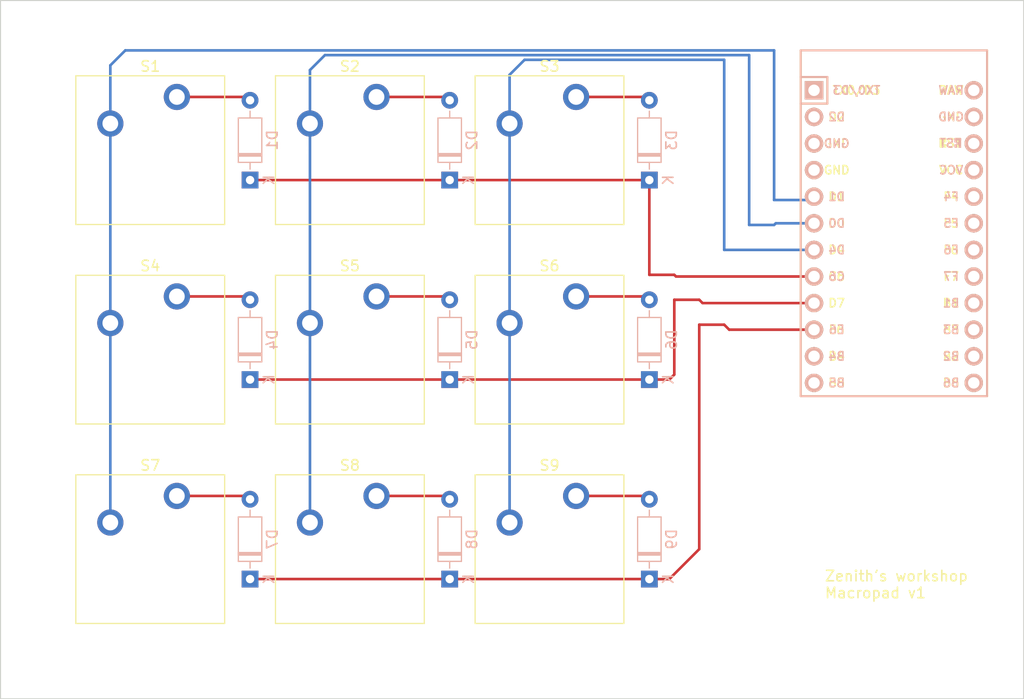
<source format=kicad_pcb>
(kicad_pcb (version 20240108) (generator "pcbnew") (generator_version "8.0")
  (layers (0 "F.Cu" signal) (31 "B.Cu" signal) (34 "B.Paste" user) (35 "F.Paste" user) (36 "B.SilkS" user "B.Silkscreen") (37 "F.SilkS" user "F.Silkscreen") (38 "B.Mask" user) (39 "F.Mask" user) (44 "Edge.Cuts" user))
  (net 0 "")
  (net 1 "Row 0")
  (net 2 "Net-(D1-A)")
  (net 3 "Net-(D2-A)")
  (net 4 "Net-(D3-A)")
  (net 5 "Row 1")
  (net 6 "Net-(D4-A)")
  (net 7 "Net-(D5-A)")
  (net 8 "Net-(D6-A)")
  (net 9 "Net-(D7-A)")
  (net 10 "Row 2")
  (net 11 "Net-(D8-A)")
  (net 12 "Net-(D9-A)")
  (net 13 "Column 0")
  (net 14 "Column 1")
  (net 15 "Column 2")
  (footprint "ScottoKeebs_MX:MX_PCB_1.00u" (layer "F.Cu") (at 128.27 114.3)
    (property "Reference" "S7" (at 0 -8 0) (layer "F.SilkS"))
    (property "Value" "Keyswitch")
    (fp_line (start -7.1 -7.1) (end -7.1 7.1) (stroke (width 0.12)) (layer "F.SilkS"))
    (fp_line (start -7.1 7.1) (end 7.1 7.1) (stroke (width 0.12)) (layer "F.SilkS"))
    (fp_line (start 7.1 -7.1) (end -7.1 -7.1) (stroke (width 0.12)) (layer "F.SilkS"))
    (fp_line (start 7.1 7.1) (end 7.1 -7.1) (stroke (width 0.12)) (layer "F.SilkS"))
    (pad "" np_thru_hole circle (at -5.08 0) (size 1.75 1.75) (drill 1.75) (layers "*.Cu" "*.Mask"))
    (pad "" np_thru_hole circle (at 0 0) (size 4 4) (drill 4) (layers "*.Cu" "*.Mask"))
    (pad "" np_thru_hole circle (at 5.08 0) (size 1.75 1.75) (drill 1.75) (layers "*.Cu" "*.Mask"))
    (pad "1" thru_hole circle (at -3.81 -2.54) (size 2.5 2.5) (drill 1.5) (layers "*.Cu" "*.Mask") (net 13 "Column 0"))
    (pad "2" thru_hole circle (at 2.54 -5.08) (size 2.5 2.5) (drill 1.5) (layers "*.Cu" "*.Mask") (net 9 "Net-(D7-A)"))
  )
  (footprint "ScottoKeebs_MCU:Arduino_Pro_Micro" (layer "F.Cu") (at 199.23125 84.455)
    (property "Reference" "U1" (hide yes))
    (property "Value" "Arduino_Pro_Micro" (hide yes))
    (fp_line (start -8.89 -17.78) (end -8.89 15.24) (stroke (width 0.2)) (layer "B.SilkS"))
    (fp_line (start -8.89 15.24) (end 8.89 15.24) (stroke (width 0.2)) (layer "B.SilkS"))
    (fp_line (start -6.35 -15.24) (end -8.89 -15.24) (stroke (width 0.2)) (layer "B.SilkS"))
    (fp_line (start -6.35 -15.24) (end -6.35 -12.7) (stroke (width 0.2)) (layer "B.SilkS"))
    (fp_line (start -6.35 -12.7) (end -8.89 -12.7) (stroke (width 0.2)) (layer "B.SilkS"))
    (fp_line (start 8.89 -17.78) (end -8.89 -17.78) (stroke (width 0.2)) (layer "B.SilkS"))
    (fp_line (start 8.89 15.24) (end 8.89 -17.78) (stroke (width 0.2)) (layer "B.SilkS"))
    (fp_poly (pts (xy 5.844635 -9.35097) (xy 5.844635 -9.25097) (xy 6.344635 -9.25097) (xy 6.344635 -9.35097)) (stroke (width 0.15)) (fill solid) (layer "B.SilkS"))
    (fp_poly (pts (xy 5.844635 -9.35097) (xy 5.844635 -9.05097) (xy 5.944635 -9.05097) (xy 5.944635 -9.35097)) (stroke (width 0.15)) (fill solid) (layer "B.SilkS"))
    (fp_poly (pts (xy 5.844635 -8.75097) (xy 5.844635 -8.55097) (xy 5.944635 -8.55097) (xy 5.944635 -8.75097)) (stroke (width 0.15)) (fill solid) (layer "B.SilkS"))
    (fp_poly (pts (xy 6.044635 -8.95097) (xy 6.044635 -8.85097) (xy 6.144635 -8.85097) (xy 6.144635 -8.95097)) (stroke (width 0.15)) (fill solid) (layer "B.SilkS"))
    (fp_poly (pts (xy 6.244635 -9.35097) (xy 6.244635 -8.55097) (xy 6.344635 -8.55097) (xy 6.344635 -9.35097)) (stroke (width 0.15)) (fill solid) (layer "B.SilkS"))
    (fp_line (start -8.89 -17.78) (end -8.89 15.24) (stroke (width 0.2)) (layer "F.SilkS"))
    (fp_line (start -8.89 15.24) (end 8.89 15.24) (stroke (width 0.2)) (layer "F.SilkS"))
    (fp_line (start -6.35 -15.24) (end -8.89 -15.24) (stroke (width 0.2)) (layer "F.SilkS"))
    (fp_line (start -6.35 -15.24) (end -6.35 -12.7) (stroke (width 0.2)) (layer "F.SilkS"))
    (fp_line (start -6.35 -12.7) (end -8.89 -12.7) (stroke (width 0.2)) (layer "F.SilkS"))
    (fp_line (start 8.89 -17.78) (end -8.89 -17.78) (stroke (width 0.2)) (layer "F.SilkS"))
    (fp_line (start 8.89 15.24) (end 8.89 -17.78) (stroke (width 0.2)) (layer "F.SilkS"))
    (fp_poly (pts (xy 4.531568 -9.36064) (xy 4.531568 -8.56064) (xy 4.431568 -8.56064) (xy 4.431568 -9.36064)) (stroke (width 0.15)) (fill solid) (layer "F.SilkS"))
    (fp_poly (pts (xy 4.731568 -8.96064) (xy 4.731568 -8.86064) (xy 4.631568 -8.86064) (xy 4.631568 -8.96064)) (stroke (width 0.15)) (fill solid) (layer "F.SilkS"))
    (fp_poly (pts (xy 4.931568 -9.36064) (xy 4.931568 -9.26064) (xy 4.431568 -9.26064) (xy 4.431568 -9.36064)) (stroke (width 0.15)) (fill solid) (layer "F.SilkS"))
    (fp_poly (pts (xy 4.931568 -9.36064) (xy 4.931568 -9.06064) (xy 4.831568 -9.06064) (xy 4.831568 -9.36064)) (stroke (width 0.15)) (fill solid) (layer "F.SilkS"))
    (fp_poly (pts (xy 4.931568 -8.76064) (xy 4.931568 -8.56064) (xy 4.831568 -8.56064) (xy 4.831568 -8.76064)) (stroke (width 0.15)) (fill solid) (layer "F.SilkS"))
    (fp_text user "B2" (at 5.461 11.43 0) (layer "B.SilkS") (effects (font (size 0.8 0.8)) (justify mirror)))
    (fp_text user "B6" (at 5.461 13.97 0) (layer "B.SilkS") (effects (font (size 0.8 0.8)) (justify mirror)))
    (fp_text user "GND" (at 5.461 -11.43 0) (layer "B.SilkS") (effects (font (size 0.8 0.8)) (justify mirror)))
    (fp_text user "F7" (at 5.461 3.81 0) (layer "B.SilkS") (effects (font (size 0.8 0.8)) (justify mirror)))
    (fp_text user "B1" (at 5.461 6.35 0) (layer "B.SilkS") (effects (font (size 0.8 0.8)) (justify mirror)))
    (fp_text user "E6" (at -5.461 8.89 0) (layer "B.SilkS") (effects (font (size 0.8 0.8)) (justify mirror)))
    (fp_text user "VCC" (at 5.461 -6.35 0) (layer "B.SilkS") (effects (font (size 0.8 0.8)) (justify mirror)))
    (fp_text user "C6" (at -5.461 3.81 0) (layer "B.SilkS") (effects (font (size 0.8 0.8)) (justify mirror)))
    (fp_text user "B5" (at -5.461 13.97 0) (layer "B.SilkS") (effects (font (size 0.8 0.8)) (justify mirror)))
    (fp_text user "F5" (at 5.461 -1.27 0) (layer "B.SilkS") (effects (font (size 0.8 0.8)) (justify mirror)))
    (fp_text user "GND" (at -5.461 -8.89 0) (layer "B.SilkS") (effects (font (size 0.8 0.8)) (justify mirror)))
    (fp_text user "D0" (at -5.461 -1.27 0) (layer "B.SilkS") (effects (font (size 0.8 0.8)) (justify mirror)))
    (fp_text user "F6" (at 5.461 1.27 0) (layer "B.SilkS") (effects (font (size 0.8 0.8)) (justify mirror)))
    (fp_text user "F4" (at 5.461 -3.81 0) (layer "B.SilkS") (effects (font (size 0.8 0.8)) (justify mirror)))
    (fp_text user "D2" (at -5.461 -11.43 0) (layer "B.SilkS") (effects (font (size 0.8 0.8)) (justify mirror)))
    (fp_text user "B4" (at -5.461 11.43 0) (layer "B.SilkS") (effects (font (size 0.8 0.8)) (justify mirror)))
    (fp_text user "D4" (at -5.461 1.27 0) (layer "B.SilkS") (effects (font (size 0.8 0.8)) (justify mirror)))
    (fp_text user "ST" (at 5.04 -8.91 0) (layer "B.SilkS") (effects (font (size 0.8 0.8)) (justify mirror)))
    (fp_text user "RAW" (at 5.461 -13.97 0) (layer "B.SilkS") (effects (font (size 0.8 0.8)) (justify mirror)))
    (fp_text user "TX0/D3" (at -3.571872 -13.97 0) (layer "B.SilkS") (effects (font (size 0.8 0.8)) (justify mirror)))
    (fp_text user "B3" (at 5.461 8.89 0) (layer "B.SilkS") (effects (font (size 0.8 0.8)) (justify mirror)))
    (fp_text user "D1" (at -5.461 -3.81 0) (layer "B.SilkS") (effects (font (size 0.8 0.8)) (justify mirror)))
    (fp_text user "GND" (at -5.461 -8.89 0) (layer "F.SilkS") (effects (font (size 0.8 0.8))))
    (fp_text user "B5" (at -5.461 13.97 0) (layer "F.SilkS") (effects (font (size 0.8 0.8))))
    (fp_text user "TX0/D3" (at -3.571872 -13.97 0) (layer "F.SilkS") (effects (font (size 0.8 0.8))))
    (fp_text user "B2" (at 5.461 11.43 0) (layer "F.SilkS") (effects (font (size 0.8 0.8))))
    (fp_text user "B4" (at -5.461 11.43 0) (layer "F.SilkS") (effects (font (size 0.8 0.8))))
    (fp_text user "C6" (at -5.461 3.81 0) (layer "F.SilkS") (effects (font (size 0.8 0.8))))
    (fp_text user "D0" (at -5.461 -1.27 0) (layer "F.SilkS") (effects (font (size 0.8 0.8))))
    (fp_text user "F7" (at 5.461 3.81 0) (layer "F.SilkS") (effects (font (size 0.8 0.8))))
    (fp_text user "D4" (at -5.461 1.27 0) (layer "F.SilkS") (effects (font (size 0.8 0.8))))
    (fp_text user "D1" (at -5.461 -3.81 0) (layer "F.SilkS") (effects (font (size 0.8 0.8))))
    (fp_text user "RAW" (at 5.461 -13.97 0) (layer "F.SilkS") (effects (font (size 0.8 0.8))))
    (fp_text user "GND" (at -5.461 -6.35 0) (layer "F.SilkS") (effects (font (size 0.8 0.8))))
    (fp_text user "F5" (at 5.461 -1.27 0) (layer "F.SilkS") (effects (font (size 0.8 0.8))))
    (fp_text user "B1" (at 5.461 6.35 0) (layer "F.SilkS") (effects (font (size 0.8 0.8))))
    (fp_text user "F4" (at 5.461 -3.81 0) (layer "F.SilkS") (effects (font (size 0.8 0.8))))
    (fp_text user "D2" (at -5.461 -11.43 0) (layer "F.SilkS") (effects (font (size 0.8 0.8))))
    (fp_text user "F6" (at 5.461 1.27 0) (layer "F.SilkS") (effects (font (size 0.8 0.8))))
    (fp_text user "VCC" (at 5.461 -6.35 0) (layer "F.SilkS") (effects (font (size 0.8 0.8))))
    (fp_text user "ST" (at 5.73312 -8.92 0) (layer "F.SilkS") (effects (font (size 0.8 0.8))))
    (fp_text user "GND" (at 5.461 -11.43 0) (layer "F.SilkS") (effects (font (size 0.8 0.8))))
    (fp_text user "B6" (at 5.461 13.97 0) (layer "F.SilkS") (effects (font (size 0.8 0.8))))
    (fp_text user "B3" (at 5.461 8.89 0) (layer "F.SilkS") (effects (font (size 0.8 0.8))))
    (fp_text user "E6" (at -5.461 8.89 0) (layer "F.SilkS") (effects (font (size 0.8 0.8))))
    (fp_text user "D7" (at -5.461 6.35 0) (layer "F.SilkS") (effects (font (size 0.8 0.8))))
    (pad "1" thru_hole rect (at -7.62 -13.97 270) (size 1.7526 1.7526) (drill 1.0922) (layers "*.Cu" "*.SilkS" "*.Mask"))
    (pad "2" thru_hole circle (at -7.62 -11.43 270) (size 1.7526 1.7526) (drill 1.0922) (layers "*.Cu" "*.SilkS" "*.Mask"))
    (pad "3" thru_hole circle (at -7.62 -8.89 270) (size 1.7526 1.7526) (drill 1.0922) (layers "*.Cu" "*.SilkS" "*.Mask"))
    (pad "4" thru_hole circle (at -7.62 -6.35 270) (size 1.7526 1.7526) (drill 1.0922) (layers "*.Cu" "*.SilkS" "*.Mask"))
    (pad "5" thru_hole circle (at -7.62 -3.81 270) (size 1.7526 1.7526) (drill 1.0922) (layers "*.Cu" "*.SilkS" "*.Mask") (net 13 "Column 0"))
    (pad "6" thru_hole circle (at -7.62 -1.27 270) (size 1.7526 1.7526) (drill 1.0922) (layers "*.Cu" "*.SilkS" "*.Mask") (net 14 "Column 1"))
    (pad "7" thru_hole circle (at -7.62 1.27 270) (size 1.7526 1.7526) (drill 1.0922) (layers "*.Cu" "*.SilkS" "*.Mask") (net 15 "Column 2"))
    (pad "8" thru_hole circle (at -7.62 3.81 270) (size 1.7526 1.7526) (drill 1.0922) (layers "*.Cu" "*.SilkS" "*.Mask") (net 1 "Row 0"))
    (pad "9" thru_hole circle (at -7.62 6.35 270) (size 1.7526 1.7526) (drill 1.0922) (layers "*.Cu" "*.SilkS" "*.Mask") (net 5 "Row 1"))
    (pad "10" thru_hole circle (at -7.62 8.89 270) (size 1.7526 1.7526) (drill 1.0922) (layers "*.Cu" "*.SilkS" "*.Mask") (net 10 "Row 2"))
    (pad "11" thru_hole circle (at -7.62 11.43 270) (size 1.7526 1.7526) (drill 1.0922) (layers "*.Cu" "*.SilkS" "*.Mask"))
    (pad "12" thru_hole circle (at -7.62 13.97 270) (size 1.7526 1.7526) (drill 1.0922) (layers "*.Cu" "*.SilkS" "*.Mask"))
    (pad "13" thru_hole circle (at 7.62 13.97 270) (size 1.7526 1.7526) (drill 1.0922) (layers "*.Cu" "*.SilkS" "*.Mask"))
    (pad "14" thru_hole circle (at 7.62 11.43 270) (size 1.7526 1.7526) (drill 1.0922) (layers "*.Cu" "*.SilkS" "*.Mask"))
    (pad "15" thru_hole circle (at 7.62 8.89 270) (size 1.7526 1.7526) (drill 1.0922) (layers "*.Cu" "*.SilkS" "*.Mask"))
    (pad "16" thru_hole circle (at 7.62 6.35 270) (size 1.7526 1.7526) (drill 1.0922) (layers "*.Cu" "*.SilkS" "*.Mask"))
    (pad "17" thru_hole circle (at 7.62 3.81 270) (size 1.7526 1.7526) (drill 1.0922) (layers "*.Cu" "*.SilkS" "*.Mask"))
    (pad "18" thru_hole circle (at 7.62 1.27 270) (size 1.7526 1.7526) (drill 1.0922) (layers "*.Cu" "*.SilkS" "*.Mask"))
    (pad "19" thru_hole circle (at 7.62 -1.27 270) (size 1.7526 1.7526) (drill 1.0922) (layers "*.Cu" "*.SilkS" "*.Mask"))
    (pad "20" thru_hole circle (at 7.62 -3.81 270) (size 1.7526 1.7526) (drill 1.0922) (layers "*.Cu" "*.SilkS" "*.Mask"))
    (pad "21" thru_hole circle (at 7.62 -6.35 270) (size 1.7526 1.7526) (drill 1.0922) (layers "*.Cu" "*.SilkS" "*.Mask"))
    (pad "22" thru_hole circle (at 7.62 -8.89 270) (size 1.7526 1.7526) (drill 1.0922) (layers "*.Cu" "*.SilkS" "*.Mask"))
    (pad "23" thru_hole circle (at 7.62 -11.43 270) (size 1.7526 1.7526) (drill 1.0922) (layers "*.Cu" "*.SilkS" "*.Mask"))
    (pad "24" thru_hole circle (at 7.62 -13.97 270) (size 1.7526 1.7526) (drill 1.0922) (layers "*.Cu" "*.SilkS" "*.Mask"))
  )
  (footprint "ScottoKeebs_MX:MX_PCB_1.00u" (layer "F.Cu") (at 147.32 95.25)
    (property "Reference" "S5" (at 0 -8 0) (layer "F.SilkS"))
    (property "Value" "Keyswitch")
    (fp_line (start -7.1 -7.1) (end -7.1 7.1) (stroke (width 0.12)) (layer "F.SilkS"))
    (fp_line (start -7.1 7.1) (end 7.1 7.1) (stroke (width 0.12)) (layer "F.SilkS"))
    (fp_line (start 7.1 -7.1) (end -7.1 -7.1) (stroke (width 0.12)) (layer "F.SilkS"))
    (fp_line (start 7.1 7.1) (end 7.1 -7.1) (stroke (width 0.12)) (layer "F.SilkS"))
    (pad "" np_thru_hole circle (at -5.08 0) (size 1.75 1.75) (drill 1.75) (layers "*.Cu" "*.Mask"))
    (pad "" np_thru_hole circle (at 0 0) (size 4 4) (drill 4) (layers "*.Cu" "*.Mask"))
    (pad "" np_thru_hole circle (at 5.08 0) (size 1.75 1.75) (drill 1.75) (layers "*.Cu" "*.Mask"))
    (pad "1" thru_hole circle (at -3.81 -2.54) (size 2.5 2.5) (drill 1.5) (layers "*.Cu" "*.Mask") (net 14 "Column 1"))
    (pad "2" thru_hole circle (at 2.54 -5.08) (size 2.5 2.5) (drill 1.5) (layers "*.Cu" "*.Mask") (net 7 "Net-(D5-A)"))
  )
  (footprint "ScottoKeebs_MX:MX_PCB_1.00u" (layer "F.Cu") (at 128.27 95.25)
    (property "Reference" "S4" (at 0 -8 0) (layer "F.SilkS"))
    (property "Value" "Keyswitch")
    (fp_line (start -7.1 -7.1) (end -7.1 7.1) (stroke (width 0.12)) (layer "F.SilkS"))
    (fp_line (start -7.1 7.1) (end 7.1 7.1) (stroke (width 0.12)) (layer "F.SilkS"))
    (fp_line (start 7.1 -7.1) (end -7.1 -7.1) (stroke (width 0.12)) (layer "F.SilkS"))
    (fp_line (start 7.1 7.1) (end 7.1 -7.1) (stroke (width 0.12)) (layer "F.SilkS"))
    (pad "" np_thru_hole circle (at -5.08 0) (size 1.75 1.75) (drill 1.75) (layers "*.Cu" "*.Mask"))
    (pad "" np_thru_hole circle (at 0 0) (size 4 4) (drill 4) (layers "*.Cu" "*.Mask"))
    (pad "" np_thru_hole circle (at 5.08 0) (size 1.75 1.75) (drill 1.75) (layers "*.Cu" "*.Mask"))
    (pad "1" thru_hole circle (at -3.81 -2.54) (size 2.5 2.5) (drill 1.5) (layers "*.Cu" "*.Mask") (net 13 "Column 0"))
    (pad "2" thru_hole circle (at 2.54 -5.08) (size 2.5 2.5) (drill 1.5) (layers "*.Cu" "*.Mask") (net 6 "Net-(D4-A)"))
  )
  (footprint "ScottoKeebs_MX:MX_PCB_1.00u" (layer "F.Cu") (at 128.27 76.2)
    (property "Reference" "S1" (at 0 -8 0) (layer "F.SilkS"))
    (property "Value" "Keyswitch")
    (fp_line (start -7.1 -7.1) (end -7.1 7.1) (stroke (width 0.12)) (layer "F.SilkS"))
    (fp_line (start -7.1 7.1) (end 7.1 7.1) (stroke (width 0.12)) (layer "F.SilkS"))
    (fp_line (start 7.1 -7.1) (end -7.1 -7.1) (stroke (width 0.12)) (layer "F.SilkS"))
    (fp_line (start 7.1 7.1) (end 7.1 -7.1) (stroke (width 0.12)) (layer "F.SilkS"))
    (pad "" np_thru_hole circle (at -5.08 0) (size 1.75 1.75) (drill 1.75) (layers "*.Cu" "*.Mask"))
    (pad "" np_thru_hole circle (at 0 0) (size 4 4) (drill 4) (layers "*.Cu" "*.Mask"))
    (pad "" np_thru_hole circle (at 5.08 0) (size 1.75 1.75) (drill 1.75) (layers "*.Cu" "*.Mask"))
    (pad "1" thru_hole circle (at -3.81 -2.54) (size 2.5 2.5) (drill 1.5) (layers "*.Cu" "*.Mask") (net 13 "Column 0"))
    (pad "2" thru_hole circle (at 2.54 -5.08) (size 2.5 2.5) (drill 1.5) (layers "*.Cu" "*.Mask") (net 2 "Net-(D1-A)"))
  )
  (footprint "ScottoKeebs_MX:MX_PCB_1.00u" (layer "F.Cu") (at 166.37 76.2)
    (property "Reference" "S3" (at 0 -8 0) (layer "F.SilkS"))
    (property "Value" "Keyswitch")
    (fp_line (start -7.1 -7.1) (end -7.1 7.1) (stroke (width 0.12)) (layer "F.SilkS"))
    (fp_line (start -7.1 7.1) (end 7.1 7.1) (stroke (width 0.12)) (layer "F.SilkS"))
    (fp_line (start 7.1 -7.1) (end -7.1 -7.1) (stroke (width 0.12)) (layer "F.SilkS"))
    (fp_line (start 7.1 7.1) (end 7.1 -7.1) (stroke (width 0.12)) (layer "F.SilkS"))
    (pad "" np_thru_hole circle (at -5.08 0) (size 1.75 1.75) (drill 1.75) (layers "*.Cu" "*.Mask"))
    (pad "" np_thru_hole circle (at 0 0) (size 4 4) (drill 4) (layers "*.Cu" "*.Mask"))
    (pad "" np_thru_hole circle (at 5.08 0) (size 1.75 1.75) (drill 1.75) (layers "*.Cu" "*.Mask"))
    (pad "1" thru_hole circle (at -3.81 -2.54) (size 2.5 2.5) (drill 1.5) (layers "*.Cu" "*.Mask") (net 15 "Column 2"))
    (pad "2" thru_hole circle (at 2.54 -5.08) (size 2.5 2.5) (drill 1.5) (layers "*.Cu" "*.Mask") (net 4 "Net-(D3-A)"))
  )
  (footprint "ScottoKeebs_MX:MX_PCB_1.00u" (layer "F.Cu") (at 166.37 95.25)
    (property "Reference" "S6" (at 0 -8 0) (layer "F.SilkS"))
    (property "Value" "Keyswitch")
    (fp_line (start -7.1 -7.1) (end -7.1 7.1) (stroke (width 0.12)) (layer "F.SilkS"))
    (fp_line (start -7.1 7.1) (end 7.1 7.1) (stroke (width 0.12)) (layer "F.SilkS"))
    (fp_line (start 7.1 -7.1) (end -7.1 -7.1) (stroke (width 0.12)) (layer "F.SilkS"))
    (fp_line (start 7.1 7.1) (end 7.1 -7.1) (stroke (width 0.12)) (layer "F.SilkS"))
    (pad "" np_thru_hole circle (at -5.08 0) (size 1.75 1.75) (drill 1.75) (layers "*.Cu" "*.Mask"))
    (pad "" np_thru_hole circle (at 0 0) (size 4 4) (drill 4) (layers "*.Cu" "*.Mask"))
    (pad "" np_thru_hole circle (at 5.08 0) (size 1.75 1.75) (drill 1.75) (layers "*.Cu" "*.Mask"))
    (pad "1" thru_hole circle (at -3.81 -2.54) (size 2.5 2.5) (drill 1.5) (layers "*.Cu" "*.Mask") (net 15 "Column 2"))
    (pad "2" thru_hole circle (at 2.54 -5.08) (size 2.5 2.5) (drill 1.5) (layers "*.Cu" "*.Mask") (net 8 "Net-(D6-A)"))
  )
  (footprint "ScottoKeebs_MX:MX_PCB_1.00u" (layer "F.Cu") (at 147.32 76.2)
    (property "Reference" "S2" (at 0 -8 0) (layer "F.SilkS"))
    (property "Value" "Keyswitch")
    (fp_line (start -7.1 -7.1) (end -7.1 7.1) (stroke (width 0.12)) (layer "F.SilkS"))
    (fp_line (start -7.1 7.1) (end 7.1 7.1) (stroke (width 0.12)) (layer "F.SilkS"))
    (fp_line (start 7.1 -7.1) (end -7.1 -7.1) (stroke (width 0.12)) (layer "F.SilkS"))
    (fp_line (start 7.1 7.1) (end 7.1 -7.1) (stroke (width 0.12)) (layer "F.SilkS"))
    (pad "" np_thru_hole circle (at -5.08 0) (size 1.75 1.75) (drill 1.75) (layers "*.Cu" "*.Mask"))
    (pad "" np_thru_hole circle (at 0 0) (size 4 4) (drill 4) (layers "*.Cu" "*.Mask"))
    (pad "" np_thru_hole circle (at 5.08 0) (size 1.75 1.75) (drill 1.75) (layers "*.Cu" "*.Mask"))
    (pad "1" thru_hole circle (at -3.81 -2.54) (size 2.5 2.5) (drill 1.5) (layers "*.Cu" "*.Mask") (net 14 "Column 1"))
    (pad "2" thru_hole circle (at 2.54 -5.08) (size 2.5 2.5) (drill 1.5) (layers "*.Cu" "*.Mask") (net 3 "Net-(D2-A)"))
  )
  (footprint "ScottoKeebs_MX:MX_PCB_1.00u" (layer "F.Cu") (at 147.32 114.3)
    (property "Reference" "S8" (at 0 -8 0) (layer "F.SilkS"))
    (property "Value" "Keyswitch")
    (fp_line (start -7.1 -7.1) (end -7.1 7.1) (stroke (width 0.12)) (layer "F.SilkS"))
    (fp_line (start -7.1 7.1) (end 7.1 7.1) (stroke (width 0.12)) (layer "F.SilkS"))
    (fp_line (start 7.1 -7.1) (end -7.1 -7.1) (stroke (width 0.12)) (layer "F.SilkS"))
    (fp_line (start 7.1 7.1) (end 7.1 -7.1) (stroke (width 0.12)) (layer "F.SilkS"))
    (pad "" np_thru_hole circle (at -5.08 0) (size 1.75 1.75) (drill 1.75) (layers "*.Cu" "*.Mask"))
    (pad "" np_thru_hole circle (at 0 0) (size 4 4) (drill 4) (layers "*.Cu" "*.Mask"))
    (pad "" np_thru_hole circle (at 5.08 0) (size 1.75 1.75) (drill 1.75) (layers "*.Cu" "*.Mask"))
    (pad "1" thru_hole circle (at -3.81 -2.54) (size 2.5 2.5) (drill 1.5) (layers "*.Cu" "*.Mask") (net 14 "Column 1"))
    (pad "2" thru_hole circle (at 2.54 -5.08) (size 2.5 2.5) (drill 1.5) (layers "*.Cu" "*.Mask") (net 11 "Net-(D8-A)"))
  )
  (footprint "ScottoKeebs_MX:MX_PCB_1.00u" (layer "F.Cu") (at 166.37 114.3)
    (property "Reference" "S9" (at 0 -8 0) (layer "F.SilkS"))
    (property "Value" "Keyswitch")
    (fp_line (start -7.1 -7.1) (end -7.1 7.1) (stroke (width 0.12)) (layer "F.SilkS"))
    (fp_line (start -7.1 7.1) (end 7.1 7.1) (stroke (width 0.12)) (layer "F.SilkS"))
    (fp_line (start 7.1 -7.1) (end -7.1 -7.1) (stroke (width 0.12)) (layer "F.SilkS"))
    (fp_line (start 7.1 7.1) (end 7.1 -7.1) (stroke (width 0.12)) (layer "F.SilkS"))
    (pad "" np_thru_hole circle (at -5.08 0) (size 1.75 1.75) (drill 1.75) (layers "*.Cu" "*.Mask"))
    (pad "" np_thru_hole circle (at 0 0) (size 4 4) (drill 4) (layers "*.Cu" "*.Mask"))
    (pad "" np_thru_hole circle (at 5.08 0) (size 1.75 1.75) (drill 1.75) (layers "*.Cu" "*.Mask"))
    (pad "1" thru_hole circle (at -3.81 -2.54) (size 2.5 2.5) (drill 1.5) (layers "*.Cu" "*.Mask") (net 15 "Column 2"))
    (pad "2" thru_hole circle (at 2.54 -5.08) (size 2.5 2.5) (drill 1.5) (layers "*.Cu" "*.Mask") (net 12 "Net-(D9-A)"))
  )
  (footprint "ScottoKeebs_Components:Diode_DO-35" (layer "B.Cu") (at 156.845 117.1575 90)
    (property "Reference" "D8" (at 3.81 2.12 -90) (layer "B.SilkS") (effects (justify mirror)))
    (property "Value" "Diode")
    (fp_line (start 5.93 -1.12) (end 1.69 -1.12) (stroke (width 0.12)) (layer "B.SilkS"))
    (fp_line (start 2.53 -1.12) (end 2.53 1.12) (stroke (width 0.12)) (layer "B.SilkS"))
    (fp_line (start 2.41 -1.12) (end 2.41 1.12) (stroke (width 0.12)) (layer "B.SilkS"))
    (fp_line (start 2.29 -1.12) (end 2.29 1.12) (stroke (width 0.12)) (layer "B.SilkS"))
    (fp_line (start 1.69 -1.12) (end 1.69 1.12) (stroke (width 0.12)) (layer "B.SilkS"))
    (fp_line (start 5.93 0) (end 6.58 0) (stroke (width 0.12)) (layer "B.SilkS"))
    (fp_line (start 1.69 0) (end 1.04 0) (stroke (width 0.12)) (layer "B.SilkS"))
    (fp_line (start 5.93 1.12) (end 5.93 -1.12) (stroke (width 0.12)) (layer "B.SilkS"))
    (fp_line (start 1.69 1.12) (end 5.93 1.12) (stroke (width 0.12)) (layer "B.SilkS"))
    (fp_text user "K" (at 0 1.8 -90) (layer "B.SilkS") (effects (justify mirror)))
    (pad "1" thru_hole rect (at 0 0 90) (size 1.6 1.6) (drill 0.8) (layers "*.Cu" "*.Mask") (net 10 "Row 2"))
    (pad "2" thru_hole oval (at 7.62 0 90) (size 1.6 1.6) (drill 0.8) (layers "*.Cu" "*.Mask") (net 11 "Net-(D8-A)"))
  )
  (footprint "ScottoKeebs_Components:Diode_DO-35" (layer "B.Cu") (at 156.845 98.1075 90)
    (property "Reference" "D5" (at 3.81 2.12 -90) (layer "B.SilkS") (effects (justify mirror)))
    (property "Value" "Diode")
    (fp_line (start 5.93 -1.12) (end 1.69 -1.12) (stroke (width 0.12)) (layer "B.SilkS"))
    (fp_line (start 2.53 -1.12) (end 2.53 1.12) (stroke (width 0.12)) (layer "B.SilkS"))
    (fp_line (start 2.41 -1.12) (end 2.41 1.12) (stroke (width 0.12)) (layer "B.SilkS"))
    (fp_line (start 2.29 -1.12) (end 2.29 1.12) (stroke (width 0.12)) (layer "B.SilkS"))
    (fp_line (start 1.69 -1.12) (end 1.69 1.12) (stroke (width 0.12)) (layer "B.SilkS"))
    (fp_line (start 5.93 0) (end 6.58 0) (stroke (width 0.12)) (layer "B.SilkS"))
    (fp_line (start 1.69 0) (end 1.04 0) (stroke (width 0.12)) (layer "B.SilkS"))
    (fp_line (start 5.93 1.12) (end 5.93 -1.12) (stroke (width 0.12)) (layer "B.SilkS"))
    (fp_line (start 1.69 1.12) (end 5.93 1.12) (stroke (width 0.12)) (layer "B.SilkS"))
    (fp_text user "K" (at 0 1.8 -90) (layer "B.SilkS") (effects (justify mirror)))
    (pad "1" thru_hole rect (at 0 0 90) (size 1.6 1.6) (drill 0.8) (layers "*.Cu" "*.Mask") (net 5 "Row 1"))
    (pad "2" thru_hole oval (at 7.62 0 90) (size 1.6 1.6) (drill 0.8) (layers "*.Cu" "*.Mask") (net 7 "Net-(D5-A)"))
  )
  (footprint "ScottoKeebs_Components:Diode_DO-35" (layer "B.Cu") (at 137.795 98.1075 90)
    (property "Reference" "D4" (at 3.81 2.12 -90) (layer "B.SilkS") (effects (justify mirror)))
    (property "Value" "Diode")
    (fp_line (start 5.93 -1.12) (end 1.69 -1.12) (stroke (width 0.12)) (layer "B.SilkS"))
    (fp_line (start 2.53 -1.12) (end 2.53 1.12) (stroke (width 0.12)) (layer "B.SilkS"))
    (fp_line (start 2.41 -1.12) (end 2.41 1.12) (stroke (width 0.12)) (layer "B.SilkS"))
    (fp_line (start 2.29 -1.12) (end 2.29 1.12) (stroke (width 0.12)) (layer "B.SilkS"))
    (fp_line (start 1.69 -1.12) (end 1.69 1.12) (stroke (width 0.12)) (layer "B.SilkS"))
    (fp_line (start 5.93 0) (end 6.58 0) (stroke (width 0.12)) (layer "B.SilkS"))
    (fp_line (start 1.69 0) (end 1.04 0) (stroke (width 0.12)) (layer "B.SilkS"))
    (fp_line (start 5.93 1.12) (end 5.93 -1.12) (stroke (width 0.12)) (layer "B.SilkS"))
    (fp_line (start 1.69 1.12) (end 5.93 1.12) (stroke (width 0.12)) (layer "B.SilkS"))
    (fp_text user "K" (at 0 1.8 -90) (layer "B.SilkS") (effects (justify mirror)))
    (pad "1" thru_hole rect (at 0 0 90) (size 1.6 1.6) (drill 0.8) (layers "*.Cu" "*.Mask") (net 5 "Row 1"))
    (pad "2" thru_hole oval (at 7.62 0 90) (size 1.6 1.6) (drill 0.8) (layers "*.Cu" "*.Mask") (net 6 "Net-(D4-A)"))
  )
  (footprint "ScottoKeebs_Components:Diode_DO-35" (layer "B.Cu") (at 156.845 79.0575 90)
    (property "Reference" "D2" (at 3.81 2.12 -90) (layer "B.SilkS") (effects (justify mirror)))
    (property "Value" "Diode")
    (fp_line (start 5.93 -1.12) (end 1.69 -1.12) (stroke (width 0.12)) (layer "B.SilkS"))
    (fp_line (start 2.53 -1.12) (end 2.53 1.12) (stroke (width 0.12)) (layer "B.SilkS"))
    (fp_line (start 2.41 -1.12) (end 2.41 1.12) (stroke (width 0.12)) (layer "B.SilkS"))
    (fp_line (start 2.29 -1.12) (end 2.29 1.12) (stroke (width 0.12)) (layer "B.SilkS"))
    (fp_line (start 1.69 -1.12) (end 1.69 1.12) (stroke (width 0.12)) (layer "B.SilkS"))
    (fp_line (start 5.93 0) (end 6.58 0) (stroke (width 0.12)) (layer "B.SilkS"))
    (fp_line (start 1.69 0) (end 1.04 0) (stroke (width 0.12)) (layer "B.SilkS"))
    (fp_line (start 5.93 1.12) (end 5.93 -1.12) (stroke (width 0.12)) (layer "B.SilkS"))
    (fp_line (start 1.69 1.12) (end 5.93 1.12) (stroke (width 0.12)) (layer "B.SilkS"))
    (fp_text user "K" (at 0 1.8 -90) (layer "B.SilkS") (effects (justify mirror)))
    (pad "1" thru_hole rect (at 0 0 90) (size 1.6 1.6) (drill 0.8) (layers "*.Cu" "*.Mask") (net 1 "Row 0"))
    (pad "2" thru_hole oval (at 7.62 0 90) (size 1.6 1.6) (drill 0.8) (layers "*.Cu" "*.Mask") (net 3 "Net-(D2-A)"))
  )
  (footprint "ScottoKeebs_Components:Diode_DO-35" (layer "B.Cu") (at 175.895 98.1075 90)
    (property "Reference" "D6" (at 3.81 2.12 -90) (layer "B.SilkS") (effects (justify mirror)))
    (property "Value" "Diode")
    (fp_line (start 5.93 -1.12) (end 1.69 -1.12) (stroke (width 0.12)) (layer "B.SilkS"))
    (fp_line (start 2.53 -1.12) (end 2.53 1.12) (stroke (width 0.12)) (layer "B.SilkS"))
    (fp_line (start 2.41 -1.12) (end 2.41 1.12) (stroke (width 0.12)) (layer "B.SilkS"))
    (fp_line (start 2.29 -1.12) (end 2.29 1.12) (stroke (width 0.12)) (layer "B.SilkS"))
    (fp_line (start 1.69 -1.12) (end 1.69 1.12) (stroke (width 0.12)) (layer "B.SilkS"))
    (fp_line (start 5.93 0) (end 6.58 0) (stroke (width 0.12)) (layer "B.SilkS"))
    (fp_line (start 1.69 0) (end 1.04 0) (stroke (width 0.12)) (layer "B.SilkS"))
    (fp_line (start 5.93 1.12) (end 5.93 -1.12) (stroke (width 0.12)) (layer "B.SilkS"))
    (fp_line (start 1.69 1.12) (end 5.93 1.12) (stroke (width 0.12)) (layer "B.SilkS"))
    (fp_text user "K" (at 0 1.8 -90) (layer "B.SilkS") (effects (justify mirror)))
    (pad "1" thru_hole rect (at 0 0 90) (size 1.6 1.6) (drill 0.8) (layers "*.Cu" "*.Mask") (net 5 "Row 1"))
    (pad "2" thru_hole oval (at 7.62 0 90) (size 1.6 1.6) (drill 0.8) (layers "*.Cu" "*.Mask") (net 8 "Net-(D6-A)"))
  )
  (footprint "ScottoKeebs_Components:Diode_DO-35" (layer "B.Cu") (at 175.895 117.1575 90)
    (property "Reference" "D9" (at 3.81 2.12 -90) (layer "B.SilkS") (effects (justify mirror)))
    (property "Value" "Diode")
    (fp_line (start 5.93 -1.12) (end 1.69 -1.12) (stroke (width 0.12)) (layer "B.SilkS"))
    (fp_line (start 2.53 -1.12) (end 2.53 1.12) (stroke (width 0.12)) (layer "B.SilkS"))
    (fp_line (start 2.41 -1.12) (end 2.41 1.12) (stroke (width 0.12)) (layer "B.SilkS"))
    (fp_line (start 2.29 -1.12) (end 2.29 1.12) (stroke (width 0.12)) (layer "B.SilkS"))
    (fp_line (start 1.69 -1.12) (end 1.69 1.12) (stroke (width 0.12)) (layer "B.SilkS"))
    (fp_line (start 5.93 0) (end 6.58 0) (stroke (width 0.12)) (layer "B.SilkS"))
    (fp_line (start 1.69 0) (end 1.04 0) (stroke (width 0.12)) (layer "B.SilkS"))
    (fp_line (start 5.93 1.12) (end 5.93 -1.12) (stroke (width 0.12)) (layer "B.SilkS"))
    (fp_line (start 1.69 1.12) (end 5.93 1.12) (stroke (width 0.12)) (layer "B.SilkS"))
    (fp_text user "K" (at 0 1.8 -90) (layer "B.SilkS") (effects (justify mirror)))
    (pad "1" thru_hole rect (at 0 0 90) (size 1.6 1.6) (drill 0.8) (layers "*.Cu" "*.Mask") (net 10 "Row 2"))
    (pad "2" thru_hole oval (at 7.62 0 90) (size 1.6 1.6) (drill 0.8) (layers "*.Cu" "*.Mask") (net 12 "Net-(D9-A)"))
  )
  (footprint "ScottoKeebs_Components:Diode_DO-35" (layer "B.Cu") (at 137.795 117.1575 90)
    (property "Reference" "D7" (at 3.81 2.12 -90) (layer "B.SilkS") (effects (justify mirror)))
    (property "Value" "Diode")
    (fp_line (start 5.93 -1.12) (end 1.69 -1.12) (stroke (width 0.12)) (layer "B.SilkS"))
    (fp_line (start 2.53 -1.12) (end 2.53 1.12) (stroke (width 0.12)) (layer "B.SilkS"))
    (fp_line (start 2.41 -1.12) (end 2.41 1.12) (stroke (width 0.12)) (layer "B.SilkS"))
    (fp_line (start 2.29 -1.12) (end 2.29 1.12) (stroke (width 0.12)) (layer "B.SilkS"))
    (fp_line (start 1.69 -1.12) (end 1.69 1.12) (stroke (width 0.12)) (layer "B.SilkS"))
    (fp_line (start 5.93 0) (end 6.58 0) (stroke (width 0.12)) (layer "B.SilkS"))
    (fp_line (start 1.69 0) (end 1.04 0) (stroke (width 0.12)) (layer "B.SilkS"))
    (fp_line (start 5.93 1.12) (end 5.93 -1.12) (stroke (width 0.12)) (layer "B.SilkS"))
    (fp_line (start 1.69 1.12) (end 5.93 1.12) (stroke (width 0.12)) (layer "B.SilkS"))
    (fp_text user "K" (at 0 1.8 -90) (layer "B.SilkS") (effects (justify mirror)))
    (pad "1" thru_hole rect (at 0 0 90) (size 1.6 1.6) (drill 0.8) (layers "*.Cu" "*.Mask") (net 10 "Row 2"))
    (pad "2" thru_hole oval (at 7.62 0 90) (size 1.6 1.6) (drill 0.8) (layers "*.Cu" "*.Mask") (net 9 "Net-(D7-A)"))
  )
  (footprint "ScottoKeebs_Components:Diode_DO-35" (layer "B.Cu") (at 175.895 79.0575 90)
    (property "Reference" "D3" (at 3.81 2.12 -90) (layer "B.SilkS") (effects (justify mirror)))
    (property "Value" "Diode")
    (fp_line (start 5.93 -1.12) (end 1.69 -1.12) (stroke (width 0.12)) (layer "B.SilkS"))
    (fp_line (start 2.53 -1.12) (end 2.53 1.12) (stroke (width 0.12)) (layer "B.SilkS"))
    (fp_line (start 2.41 -1.12) (end 2.41 1.12) (stroke (width 0.12)) (layer "B.SilkS"))
    (fp_line (start 2.29 -1.12) (end 2.29 1.12) (stroke (width 0.12)) (layer "B.SilkS"))
    (fp_line (start 1.69 -1.12) (end 1.69 1.12) (stroke (width 0.12)) (layer "B.SilkS"))
    (fp_line (start 5.93 0) (end 6.58 0) (stroke (width 0.12)) (layer "B.SilkS"))
    (fp_line (start 1.69 0) (end 1.04 0) (stroke (width 0.12)) (layer "B.SilkS"))
    (fp_line (start 5.93 1.12) (end 5.93 -1.12) (stroke (width 0.12)) (layer "B.SilkS"))
    (fp_line (start 1.69 1.12) (end 5.93 1.12) (stroke (width 0.12)) (layer "B.SilkS"))
    (fp_text user "K" (at 0 1.8 -90) (layer "B.SilkS") (effects (justify mirror)))
    (pad "1" thru_hole rect (at 0 0 90) (size 1.6 1.6) (drill 0.8) (layers "*.Cu" "*.Mask") (net 1 "Row 0"))
    (pad "2" thru_hole oval (at 7.62 0 90) (size 1.6 1.6) (drill 0.8) (layers "*.Cu" "*.Mask") (net 4 "Net-(D3-A)"))
  )
  (footprint "ScottoKeebs_Components:Diode_DO-35" (layer "B.Cu") (at 137.795 79.0575 90)
    (property "Reference" "D1" (at 3.81 2.12 -90) (layer "B.SilkS") (effects (justify mirror)))
    (property "Value" "Diode")
    (fp_line (start 5.93 -1.12) (end 1.69 -1.12) (stroke (width 0.12)) (layer "B.SilkS"))
    (fp_line (start 2.53 -1.12) (end 2.53 1.12) (stroke (width 0.12)) (layer "B.SilkS"))
    (fp_line (start 2.41 -1.12) (end 2.41 1.12) (stroke (width 0.12)) (layer "B.SilkS"))
    (fp_line (start 2.29 -1.12) (end 2.29 1.12) (stroke (width 0.12)) (layer "B.SilkS"))
    (fp_line (start 1.69 -1.12) (end 1.69 1.12) (stroke (width 0.12)) (layer "B.SilkS"))
    (fp_line (start 5.93 0) (end 6.58 0) (stroke (width 0.12)) (layer "B.SilkS"))
    (fp_line (start 1.69 0) (end 1.04 0) (stroke (width 0.12)) (layer "B.SilkS"))
    (fp_line (start 5.93 1.12) (end 5.93 -1.12) (stroke (width 0.12)) (layer "B.SilkS"))
    (fp_line (start 1.69 1.12) (end 5.93 1.12) (stroke (width 0.12)) (layer "B.SilkS"))
    (fp_text user "K" (at 0 1.8 -90) (layer "B.SilkS") (effects (justify mirror)))
    (pad "1" thru_hole rect (at 0 0 90) (size 1.6 1.6) (drill 0.8) (layers "*.Cu" "*.Mask") (net 1 "Row 0"))
    (pad "2" thru_hole oval (at 7.62 0 90) (size 1.6 1.6) (drill 0.8) (layers "*.Cu" "*.Mask") (net 2 "Net-(D1-A)"))
  )
  (gr_rect (start 113.9825 61.9125) (end 211.61375 128.5875) (stroke (width 0.1)) (fill none) (layer "Edge.Cuts"))
  (gr_text "Zenith's workshop\nMacropad v1" (at 192.56375 119.0625 0) (layer "F.SilkS") (effects (font (size 1 1)) (justify left bottom)))
  (segment (start 178.435 88.265) (end 191.4525 88.265) (width 0.25) (layer "F.Cu") (net 1))
  (segment (start 175.895 88.10625) (end 178.27625 88.10625) (width 0.25) (layer "F.Cu") (net 1))
  (segment (start 178.27625 88.10625) (end 178.435 88.265) (width 0.25) (layer "F.Cu") (net 1))
  (segment (start 137.795 79.0575) (end 175.895 79.0575) (width 0.25) (layer "F.Cu") (net 1))
  (segment (start 175.895 79.0575) (end 175.895 88.10625) (width 0.25) (layer "F.Cu") (net 1))
  (segment (start 137.4775 71.12) (end 137.795 71.4375) (width 0.25) (layer "F.Cu") (net 2))
  (segment (start 130.81 71.12) (end 137.4775 71.12) (width 0.25) (layer "F.Cu") (net 2))
  (segment (start 149.86 71.12) (end 156.5275 71.12) (width 0.25) (layer "F.Cu") (net 3))
  (segment (start 156.5275 71.12) (end 156.845 71.4375) (width 0.25) (layer "F.Cu") (net 3))
  (segment (start 175.5775 71.12) (end 175.895 71.4375) (width 0.25) (layer "F.Cu") (net 4))
  (segment (start 168.91 71.12) (end 175.5775 71.12) (width 0.25) (layer "F.Cu") (net 4))
  (segment (start 180.975 90.805) (end 191.4525 90.805) (width 0.25) (layer "F.Cu") (net 5))
  (segment (start 178.27625 90.4875) (end 180.6575 90.4875) (width 0.25) (layer "F.Cu") (net 5))
  (segment (start 180.6575 90.4875) (end 180.975 90.805) (width 0.25) (layer "F.Cu") (net 5))
  (segment (start 175.895 98.1075) (end 177.8 98.1075) (width 0.25) (layer "F.Cu") (net 5))
  (segment (start 177.8 98.1075) (end 178.27625 97.63125) (width 0.25) (layer "F.Cu") (net 5))
  (segment (start 137.795 98.1075) (end 175.895 98.1075) (width 0.25) (layer "F.Cu") (net 5))
  (segment (start 178.27625 97.63125) (end 178.27625 90.4875) (width 0.25) (layer "F.Cu") (net 5))
  (segment (start 137.4775 90.17) (end 137.795 90.4875) (width 0.25) (layer "F.Cu") (net 6))
  (segment (start 130.81 90.17) (end 137.4775 90.17) (width 0.25) (layer "F.Cu") (net 6))
  (segment (start 156.5275 90.17) (end 156.845 90.4875) (width 0.25) (layer "F.Cu") (net 7))
  (segment (start 149.86 90.17) (end 156.5275 90.17) (width 0.25) (layer "F.Cu") (net 7))
  (segment (start 175.5775 90.17) (end 175.895 90.4875) (width 0.25) (layer "F.Cu") (net 8))
  (segment (start 168.91 90.17) (end 175.5775 90.17) (width 0.25) (layer "F.Cu") (net 8))
  (segment (start 130.81 109.22) (end 137.4775 109.22) (width 0.25) (layer "F.Cu") (net 9))
  (segment (start 137.4775 109.22) (end 137.795 109.5375) (width 0.25) (layer "F.Cu") (net 9))
  (segment (start 177.8 117.1575) (end 180.6575 114.3) (width 0.25) (layer "F.Cu") (net 10))
  (segment (start 175.895 117.1575) (end 177.8 117.1575) (width 0.25) (layer "F.Cu") (net 10))
  (segment (start 180.6575 92.86875) (end 183.03875 92.86875) (width 0.25) (layer "F.Cu") (net 10))
  (segment (start 183.515 93.345) (end 191.4525 93.345) (width 0.25) (layer "F.Cu") (net 10))
  (segment (start 183.03875 92.86875) (end 183.515 93.345) (width 0.25) (layer "F.Cu") (net 10))
  (segment (start 137.795 117.1575) (end 175.895 117.1575) (width 0.25) (layer "F.Cu") (net 10))
  (segment (start 180.6575 114.3) (end 180.6575 92.86875) (width 0.25) (layer "F.Cu") (net 10))
  (segment (start 149.86 109.22) (end 156.5275 109.22) (width 0.25) (layer "F.Cu") (net 11))
  (segment (start 156.5275 109.22) (end 156.845 109.5375) (width 0.25) (layer "F.Cu") (net 11))
  (segment (start 175.5775 109.22) (end 175.895 109.5375) (width 0.25) (layer "F.Cu") (net 12))
  (segment (start 168.91 109.22) (end 175.5775 109.22) (width 0.25) (layer "F.Cu") (net 12))
  (segment (start 124.46 68.10375) (end 125.88875 66.675) (width 0.25) (layer "B.Cu") (net 13))
  (segment (start 124.46 73.66) (end 124.46 68.10375) (width 0.25) (layer "B.Cu") (net 13))
  (segment (start 191.135 80.9625) (end 191.4525 80.645) (width 0.25) (layer "B.Cu") (net 13))
  (segment (start 124.46 73.66) (end 124.46 111.76) (width 0.25) (layer "B.Cu") (net 13))
  (segment (start 187.80125 80.9625) (end 191.135 80.9625) (width 0.25) (layer "B.Cu") (net 13))
  (segment (start 125.88875 66.675) (end 187.80125 66.675) (width 0.25) (layer "B.Cu") (net 13))
  (segment (start 187.80125 66.675) (end 187.80125 80.9625) (width 0.25) (layer "B.Cu") (net 13))
  (segment (start 187.96 83.185) (end 191.4525 83.185) (width 0.25) (layer "B.Cu") (net 14))
  (segment (start 143.51 68.55375) (end 144.93875 67.125) (width 0.25) (layer "B.Cu") (net 14))
  (segment (start 185.42 83.34375) (end 187.80125 83.34375) (width 0.25) (layer "B.Cu") (net 14))
  (segment (start 185.42 67.125) (end 185.42 83.34375) (width 0.25) (layer "B.Cu") (net 14))
  (segment (start 187.80125 83.34375) (end 187.96 83.185) (width 0.25) (layer "B.Cu") (net 14))
  (segment (start 143.51 73.66) (end 143.51 68.55375) (width 0.25) (layer "B.Cu") (net 14))
  (segment (start 144.93875 67.125) (end 185.42 67.125) (width 0.25) (layer "B.Cu") (net 14))
  (segment (start 143.51 73.66) (end 143.51 111.76) (width 0.25) (layer "B.Cu") (net 14))
  (segment (start 162.56 69.00375) (end 163.98875 67.575) (width 0.25) (layer "B.Cu") (net 15))
  (segment (start 183.03875 85.725) (end 191.4525 85.725) (width 0.25) (layer "B.Cu") (net 15))
  (segment (start 162.56 73.66) (end 162.56 69.00375) (width 0.25) (layer "B.Cu") (net 15))
  (segment (start 162.56 73.66) (end 162.56 111.76) (width 0.25) (layer "B.Cu") (net 15))
  (segment (start 163.98875 67.575) (end 183.03875 67.575) (width 0.25) (layer "B.Cu") (net 15))
  (segment (start 183.03875 67.575) (end 183.03875 85.725) (width 0.25) (layer "B.Cu") (net 15))
)
</source>
